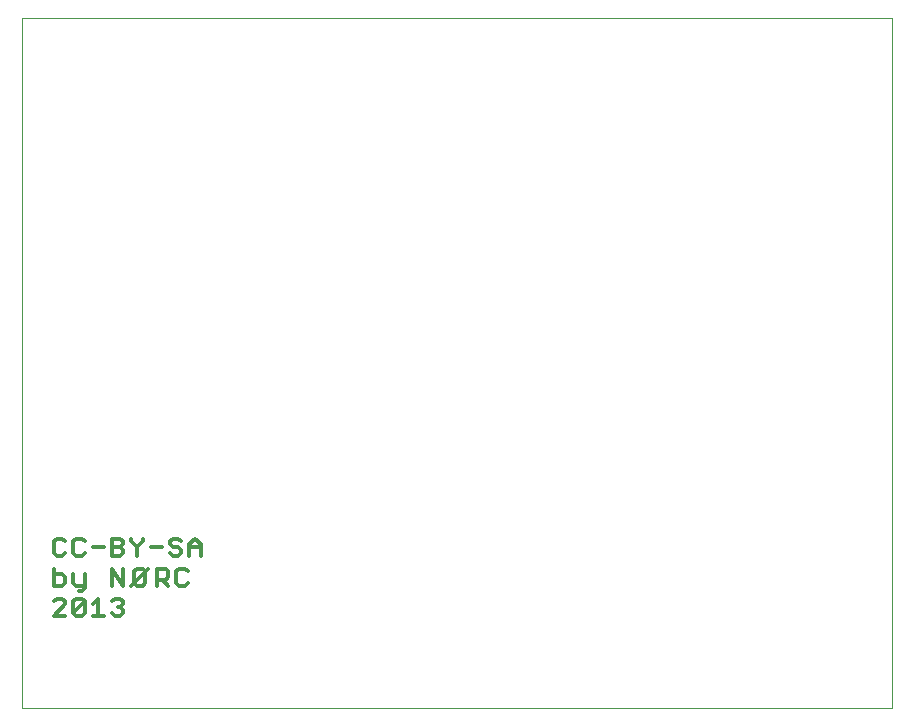
<source format=gto>
G75*
G70*
%OFA0B0*%
%FSLAX24Y24*%
%IPPOS*%
%LPD*%
%AMOC8*
5,1,8,0,0,1.08239X$1,22.5*
%
%ADD10C,0.0010*%
%ADD11C,0.0130*%
D10*
X000105Y000105D02*
X000105Y023105D01*
X029105Y023105D01*
X029105Y000105D01*
X000105Y000105D01*
D11*
X001170Y003170D02*
X001550Y003550D01*
X001550Y003645D01*
X001455Y003740D01*
X001265Y003740D01*
X001170Y003645D01*
X001170Y003170D02*
X001550Y003170D01*
X001815Y003265D02*
X002195Y003645D01*
X002195Y003265D01*
X002100Y003170D01*
X001910Y003170D01*
X001815Y003265D01*
X001815Y003645D01*
X001910Y003740D01*
X002100Y003740D01*
X002195Y003645D01*
X002459Y003550D02*
X002649Y003740D01*
X002649Y003170D01*
X002459Y003170D02*
X002839Y003170D01*
X003104Y003265D02*
X003199Y003170D01*
X003389Y003170D01*
X003484Y003265D01*
X003484Y003360D01*
X003389Y003455D01*
X003294Y003455D01*
X003389Y003455D02*
X003484Y003550D01*
X003484Y003645D01*
X003389Y003740D01*
X003199Y003740D01*
X003104Y003645D01*
X003104Y004170D02*
X003104Y004740D01*
X003484Y004170D01*
X003484Y004740D01*
X003843Y004645D02*
X003843Y004265D01*
X003938Y004170D01*
X004129Y004170D01*
X004224Y004265D01*
X004224Y004645D01*
X004129Y004740D01*
X003938Y004740D01*
X003843Y004645D01*
X003748Y004170D02*
X004319Y004740D01*
X004608Y004740D02*
X004893Y004740D01*
X004988Y004645D01*
X004988Y004455D01*
X004893Y004360D01*
X004608Y004360D01*
X004798Y004360D02*
X004988Y004170D01*
X005252Y004265D02*
X005347Y004170D01*
X005537Y004170D01*
X005632Y004265D01*
X005252Y004265D02*
X005252Y004645D01*
X005347Y004740D01*
X005537Y004740D01*
X005632Y004645D01*
X005682Y005170D02*
X005682Y005550D01*
X005872Y005740D01*
X006062Y005550D01*
X006062Y005170D01*
X006062Y005455D02*
X005682Y005455D01*
X005418Y005360D02*
X005418Y005265D01*
X005323Y005170D01*
X005132Y005170D01*
X005037Y005265D01*
X005132Y005455D02*
X005323Y005455D01*
X005418Y005360D01*
X005418Y005645D02*
X005323Y005740D01*
X005132Y005740D01*
X005037Y005645D01*
X005037Y005550D01*
X005132Y005455D01*
X004773Y005455D02*
X004393Y005455D01*
X004129Y005645D02*
X004129Y005740D01*
X004129Y005645D02*
X003938Y005455D01*
X003938Y005170D01*
X003938Y005455D02*
X003748Y005645D01*
X003748Y005740D01*
X003484Y005645D02*
X003484Y005550D01*
X003389Y005455D01*
X003104Y005455D01*
X002839Y005455D02*
X002459Y005455D01*
X002195Y005265D02*
X002100Y005170D01*
X001910Y005170D01*
X001815Y005265D01*
X001815Y005645D01*
X001910Y005740D01*
X002100Y005740D01*
X002195Y005645D01*
X001550Y005645D02*
X001455Y005740D01*
X001265Y005740D01*
X001170Y005645D01*
X001170Y005265D01*
X001265Y005170D01*
X001455Y005170D01*
X001550Y005265D01*
X001170Y004740D02*
X001170Y004170D01*
X001455Y004170D01*
X001550Y004265D01*
X001550Y004455D01*
X001455Y004550D01*
X001170Y004550D01*
X001815Y004550D02*
X001815Y004265D01*
X001910Y004170D01*
X002195Y004170D01*
X002195Y004075D02*
X002100Y003980D01*
X002005Y003980D01*
X002195Y004075D02*
X002195Y004550D01*
X003104Y005170D02*
X003389Y005170D01*
X003484Y005265D01*
X003484Y005360D01*
X003389Y005455D01*
X003484Y005645D02*
X003389Y005740D01*
X003104Y005740D01*
X003104Y005170D01*
X004608Y004740D02*
X004608Y004170D01*
M02*

</source>
